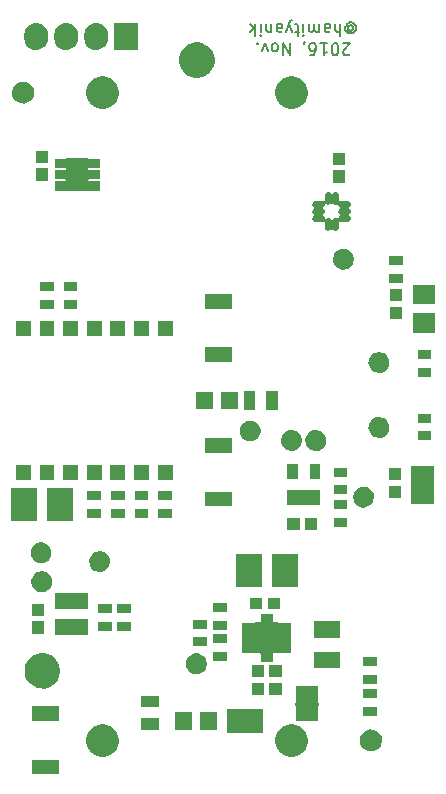
<source format=gts>
G04 #@! TF.FileFunction,Soldermask,Top*
%FSLAX46Y46*%
G04 Gerber Fmt 4.6, Leading zero omitted, Abs format (unit mm)*
G04 Created by KiCad (PCBNEW 4.0.5) date 2017 April 23, Sunday 17:14:46*
%MOMM*%
%LPD*%
G01*
G04 APERTURE LIST*
%ADD10C,0.100000*%
%ADD11C,0.400000*%
%ADD12C,0.150000*%
G04 APERTURE END LIST*
D10*
D11*
X24500000Y7300000D02*
X26050000Y7300000D01*
D12*
X28928571Y62322619D02*
X28880952Y62275000D01*
X28785714Y62227381D01*
X28547618Y62227381D01*
X28452380Y62275000D01*
X28404761Y62322619D01*
X28357142Y62417857D01*
X28357142Y62513095D01*
X28404761Y62655952D01*
X28976190Y63227381D01*
X28357142Y63227381D01*
X27738095Y62227381D02*
X27642856Y62227381D01*
X27547618Y62275000D01*
X27499999Y62322619D01*
X27452380Y62417857D01*
X27404761Y62608333D01*
X27404761Y62846429D01*
X27452380Y63036905D01*
X27499999Y63132143D01*
X27547618Y63179762D01*
X27642856Y63227381D01*
X27738095Y63227381D01*
X27833333Y63179762D01*
X27880952Y63132143D01*
X27928571Y63036905D01*
X27976190Y62846429D01*
X27976190Y62608333D01*
X27928571Y62417857D01*
X27880952Y62322619D01*
X27833333Y62275000D01*
X27738095Y62227381D01*
X26452380Y63227381D02*
X27023809Y63227381D01*
X26738095Y63227381D02*
X26738095Y62227381D01*
X26833333Y62370238D01*
X26928571Y62465476D01*
X27023809Y62513095D01*
X25595237Y62227381D02*
X25785714Y62227381D01*
X25880952Y62275000D01*
X25928571Y62322619D01*
X26023809Y62465476D01*
X26071428Y62655952D01*
X26071428Y63036905D01*
X26023809Y63132143D01*
X25976190Y63179762D01*
X25880952Y63227381D01*
X25690475Y63227381D01*
X25595237Y63179762D01*
X25547618Y63132143D01*
X25499999Y63036905D01*
X25499999Y62798810D01*
X25547618Y62703571D01*
X25595237Y62655952D01*
X25690475Y62608333D01*
X25880952Y62608333D01*
X25976190Y62655952D01*
X26023809Y62703571D01*
X26071428Y62798810D01*
X25023809Y63179762D02*
X25023809Y63227381D01*
X25071428Y63322619D01*
X25119047Y63370238D01*
X23833333Y63227381D02*
X23833333Y62227381D01*
X23261904Y63227381D01*
X23261904Y62227381D01*
X22642857Y63227381D02*
X22738095Y63179762D01*
X22785714Y63132143D01*
X22833333Y63036905D01*
X22833333Y62751190D01*
X22785714Y62655952D01*
X22738095Y62608333D01*
X22642857Y62560714D01*
X22499999Y62560714D01*
X22404761Y62608333D01*
X22357142Y62655952D01*
X22309523Y62751190D01*
X22309523Y63036905D01*
X22357142Y63132143D01*
X22404761Y63179762D01*
X22499999Y63227381D01*
X22642857Y63227381D01*
X21976190Y62560714D02*
X21738095Y63227381D01*
X21499999Y62560714D01*
X21119047Y63132143D02*
X21071428Y63179762D01*
X21119047Y63227381D01*
X21166666Y63179762D01*
X21119047Y63132143D01*
X21119047Y63227381D01*
X28809523Y64401190D02*
X28857142Y64353571D01*
X28952380Y64305952D01*
X29047618Y64305952D01*
X29142856Y64353571D01*
X29190476Y64401190D01*
X29238095Y64496429D01*
X29238095Y64591667D01*
X29190476Y64686905D01*
X29142856Y64734524D01*
X29047618Y64782143D01*
X28952380Y64782143D01*
X28857142Y64734524D01*
X28809523Y64686905D01*
X28809523Y64305952D02*
X28809523Y64686905D01*
X28761904Y64734524D01*
X28714285Y64734524D01*
X28619047Y64686905D01*
X28571428Y64591667D01*
X28571428Y64353571D01*
X28666666Y64210714D01*
X28809523Y64115476D01*
X28999999Y64067857D01*
X29190476Y64115476D01*
X29333333Y64210714D01*
X29428571Y64353571D01*
X29476190Y64544048D01*
X29428571Y64734524D01*
X29333333Y64877381D01*
X29190476Y64972619D01*
X28999999Y65020238D01*
X28809523Y64972619D01*
X28666666Y64877381D01*
X28142857Y64877381D02*
X28142857Y63877381D01*
X27714285Y64877381D02*
X27714285Y64353571D01*
X27761904Y64258333D01*
X27857142Y64210714D01*
X28000000Y64210714D01*
X28095238Y64258333D01*
X28142857Y64305952D01*
X26809523Y64877381D02*
X26809523Y64353571D01*
X26857142Y64258333D01*
X26952380Y64210714D01*
X27142857Y64210714D01*
X27238095Y64258333D01*
X26809523Y64829762D02*
X26904761Y64877381D01*
X27142857Y64877381D01*
X27238095Y64829762D01*
X27285714Y64734524D01*
X27285714Y64639286D01*
X27238095Y64544048D01*
X27142857Y64496429D01*
X26904761Y64496429D01*
X26809523Y64448810D01*
X26333333Y64877381D02*
X26333333Y64210714D01*
X26333333Y64305952D02*
X26285714Y64258333D01*
X26190476Y64210714D01*
X26047618Y64210714D01*
X25952380Y64258333D01*
X25904761Y64353571D01*
X25904761Y64877381D01*
X25904761Y64353571D02*
X25857142Y64258333D01*
X25761904Y64210714D01*
X25619047Y64210714D01*
X25523809Y64258333D01*
X25476190Y64353571D01*
X25476190Y64877381D01*
X25000000Y64877381D02*
X25000000Y64210714D01*
X25000000Y63877381D02*
X25047619Y63925000D01*
X25000000Y63972619D01*
X24952381Y63925000D01*
X25000000Y63877381D01*
X25000000Y63972619D01*
X24666667Y64210714D02*
X24285715Y64210714D01*
X24523810Y63877381D02*
X24523810Y64734524D01*
X24476191Y64829762D01*
X24380953Y64877381D01*
X24285715Y64877381D01*
X24047619Y64210714D02*
X23809524Y64877381D01*
X23571428Y64210714D02*
X23809524Y64877381D01*
X23904762Y65115476D01*
X23952381Y65163095D01*
X24047619Y65210714D01*
X22761904Y64877381D02*
X22761904Y64353571D01*
X22809523Y64258333D01*
X22904761Y64210714D01*
X23095238Y64210714D01*
X23190476Y64258333D01*
X22761904Y64829762D02*
X22857142Y64877381D01*
X23095238Y64877381D01*
X23190476Y64829762D01*
X23238095Y64734524D01*
X23238095Y64639286D01*
X23190476Y64544048D01*
X23095238Y64496429D01*
X22857142Y64496429D01*
X22761904Y64448810D01*
X22285714Y64210714D02*
X22285714Y64877381D01*
X22285714Y64305952D02*
X22238095Y64258333D01*
X22142857Y64210714D01*
X21999999Y64210714D01*
X21904761Y64258333D01*
X21857142Y64353571D01*
X21857142Y64877381D01*
X21380952Y64877381D02*
X21380952Y64210714D01*
X21380952Y63877381D02*
X21428571Y63925000D01*
X21380952Y63972619D01*
X21333333Y63925000D01*
X21380952Y63877381D01*
X21380952Y63972619D01*
X20904762Y64877381D02*
X20904762Y63877381D01*
X20809524Y64496429D02*
X20523809Y64877381D01*
X20523809Y64210714D02*
X20904762Y64591667D01*
D10*
G36*
X4280000Y1320000D02*
X2020000Y1320000D01*
X2020000Y2580000D01*
X4280000Y2580000D01*
X4280000Y1320000D01*
X4280000Y1320000D01*
G37*
G36*
X24144947Y5579082D02*
X24410054Y5524664D01*
X24659536Y5419791D01*
X24883902Y5268455D01*
X25074600Y5076420D01*
X25224366Y4851006D01*
X25327495Y4600796D01*
X25379993Y4335660D01*
X25379993Y4335650D01*
X25380059Y4335316D01*
X25375743Y4026203D01*
X25375666Y4025865D01*
X25375666Y4025857D01*
X25315788Y3762298D01*
X25205711Y3515062D01*
X25049711Y3293917D01*
X24853722Y3107279D01*
X24625224Y2962270D01*
X24372905Y2864401D01*
X24106387Y2817408D01*
X23835814Y2823075D01*
X23571489Y2881191D01*
X23323495Y2989537D01*
X23101266Y3143990D01*
X22913267Y3338669D01*
X22766666Y3566149D01*
X22667039Y3817777D01*
X22618183Y4083969D01*
X22621963Y4354573D01*
X22678229Y4619288D01*
X22784844Y4868038D01*
X22937742Y5091340D01*
X23131103Y5280694D01*
X23357557Y5428881D01*
X23608483Y5530261D01*
X23874318Y5580972D01*
X24144947Y5579082D01*
X24144947Y5579082D01*
G37*
G36*
X8144947Y5579082D02*
X8410054Y5524664D01*
X8659536Y5419791D01*
X8883902Y5268455D01*
X9074600Y5076420D01*
X9224366Y4851006D01*
X9327495Y4600796D01*
X9379993Y4335660D01*
X9379993Y4335650D01*
X9380059Y4335316D01*
X9375743Y4026203D01*
X9375666Y4025865D01*
X9375666Y4025857D01*
X9315788Y3762298D01*
X9205711Y3515062D01*
X9049711Y3293917D01*
X8853722Y3107279D01*
X8625224Y2962270D01*
X8372905Y2864401D01*
X8106387Y2817408D01*
X7835814Y2823075D01*
X7571489Y2881191D01*
X7323495Y2989537D01*
X7101266Y3143990D01*
X6913267Y3338669D01*
X6766666Y3566149D01*
X6667039Y3817777D01*
X6618183Y4083969D01*
X6621963Y4354573D01*
X6678229Y4619288D01*
X6784844Y4868038D01*
X6937742Y5091340D01*
X7131103Y5280694D01*
X7357557Y5428881D01*
X7608483Y5530261D01*
X7874318Y5580972D01*
X8144947Y5579082D01*
X8144947Y5579082D01*
G37*
G36*
X30827682Y5129382D02*
X31006341Y5092709D01*
X31174470Y5022034D01*
X31325673Y4920047D01*
X31454188Y4790631D01*
X31555118Y4638721D01*
X31624617Y4470103D01*
X31659974Y4291535D01*
X31659974Y4291525D01*
X31660040Y4291191D01*
X31657131Y4082876D01*
X31657055Y4082542D01*
X31657055Y4082530D01*
X31616728Y3905027D01*
X31542544Y3738409D01*
X31437417Y3589380D01*
X31305334Y3463600D01*
X31151347Y3365877D01*
X30981306Y3299921D01*
X30801696Y3268252D01*
X30619354Y3272071D01*
X30441219Y3311237D01*
X30274094Y3384252D01*
X30124331Y3488340D01*
X29997637Y3619536D01*
X29898838Y3772840D01*
X29831699Y3942414D01*
X29798775Y4121806D01*
X29801322Y4304169D01*
X29839240Y4482563D01*
X29911090Y4650200D01*
X30014130Y4800686D01*
X30144439Y4928295D01*
X30297049Y5028160D01*
X30466152Y5096482D01*
X30645300Y5130656D01*
X30827682Y5129382D01*
X30827682Y5129382D01*
G37*
G36*
X21626200Y4869900D02*
X18573800Y4869900D01*
X18573800Y6830100D01*
X21626200Y6830100D01*
X21626200Y4869900D01*
X21626200Y4869900D01*
G37*
G36*
X12780001Y5119999D02*
X11220001Y5119999D01*
X11220001Y6079999D01*
X12780001Y6079999D01*
X12780001Y5119999D01*
X12780001Y5119999D01*
G37*
G36*
X17678460Y5120560D02*
X16219580Y5120560D01*
X16219580Y6579440D01*
X17678460Y6579440D01*
X17678460Y5120560D01*
X17678460Y5120560D01*
G37*
G36*
X15580420Y5120560D02*
X14121540Y5120560D01*
X14121540Y6579440D01*
X15580420Y6579440D01*
X15580420Y5120560D01*
X15580420Y5120560D01*
G37*
G36*
X4280000Y5820000D02*
X2020000Y5820000D01*
X2020000Y7080000D01*
X4280000Y7080000D01*
X4280000Y5820000D01*
X4280000Y5820000D01*
G37*
G36*
X26230100Y5823800D02*
X24369900Y5823800D01*
X24369900Y8776200D01*
X26230100Y8776200D01*
X26230100Y5823800D01*
X26230100Y5823800D01*
G37*
G36*
X31215294Y6306747D02*
X30055294Y6306747D01*
X30055294Y7066747D01*
X31215294Y7066747D01*
X31215294Y6306747D01*
X31215294Y6306747D01*
G37*
G36*
X12780001Y7019999D02*
X11220001Y7019999D01*
X11220001Y7979999D01*
X12780001Y7979999D01*
X12780001Y7019999D01*
X12780001Y7019999D01*
G37*
G36*
X31215294Y7806747D02*
X30055294Y7806747D01*
X30055294Y8566747D01*
X31215294Y8566747D01*
X31215294Y7806747D01*
X31215294Y7806747D01*
G37*
G36*
X23188888Y8054567D02*
X22128888Y8054567D01*
X22128888Y9064567D01*
X23188888Y9064567D01*
X23188888Y8054567D01*
X23188888Y8054567D01*
G37*
G36*
X21688888Y8054567D02*
X20628888Y8054567D01*
X20628888Y9064567D01*
X21688888Y9064567D01*
X21688888Y8054567D01*
X21688888Y8054567D01*
G37*
G36*
X3057551Y11599003D02*
X3345710Y11539852D01*
X3616888Y11425860D01*
X3860766Y11261362D01*
X4068042Y11052634D01*
X4230834Y10807613D01*
X4342928Y10535650D01*
X4399999Y10247426D01*
X4399999Y10247412D01*
X4400064Y10247083D01*
X4395373Y9911090D01*
X4395297Y9910756D01*
X4395297Y9910745D01*
X4330203Y9624236D01*
X4210554Y9355500D01*
X4040992Y9115128D01*
X3827959Y8912260D01*
X3579591Y8754642D01*
X3305332Y8648262D01*
X3015638Y8597182D01*
X2721537Y8603342D01*
X2434229Y8666511D01*
X2164672Y8784278D01*
X1923112Y8952166D01*
X1718768Y9163770D01*
X1559419Y9411032D01*
X1451129Y9684541D01*
X1398025Y9973879D01*
X1402133Y10268014D01*
X1463293Y10555748D01*
X1579178Y10826128D01*
X1745372Y11068848D01*
X1955547Y11274667D01*
X2201692Y11435740D01*
X2474438Y11545937D01*
X2763390Y11601057D01*
X3057551Y11599003D01*
X3057551Y11599003D01*
G37*
G36*
X31215295Y9006745D02*
X30055295Y9006745D01*
X30055295Y9766745D01*
X31215295Y9766745D01*
X31215295Y9006745D01*
X31215295Y9006745D01*
G37*
G36*
X23188888Y9554562D02*
X22128888Y9554562D01*
X22128888Y10564562D01*
X23188888Y10564562D01*
X23188888Y9554562D01*
X23188888Y9554562D01*
G37*
G36*
X21688888Y9554562D02*
X20628888Y9554562D01*
X20628888Y10564562D01*
X21688888Y10564562D01*
X21688888Y9554562D01*
X21688888Y9554562D01*
G37*
G36*
X16042430Y11579416D02*
X16211484Y11544714D01*
X16370574Y11477839D01*
X16513648Y11381335D01*
X16635254Y11258876D01*
X16730758Y11115132D01*
X16796518Y10955583D01*
X16829972Y10786632D01*
X16829972Y10786622D01*
X16830038Y10786288D01*
X16827285Y10589173D01*
X16827209Y10588839D01*
X16827209Y10588827D01*
X16789055Y10420886D01*
X16718860Y10263227D01*
X16619382Y10122207D01*
X16494402Y10003191D01*
X16348694Y9910723D01*
X16187795Y9848314D01*
X16017841Y9818346D01*
X15845302Y9821960D01*
X15676745Y9859020D01*
X15518605Y9928109D01*
X15376894Y10026601D01*
X15257009Y10150745D01*
X15163525Y10295804D01*
X15099995Y10456263D01*
X15068841Y10626010D01*
X15071251Y10798570D01*
X15107130Y10967371D01*
X15175117Y11125996D01*
X15272617Y11268391D01*
X15395921Y11389139D01*
X15540326Y11483635D01*
X15700337Y11548284D01*
X15869854Y11580621D01*
X16042430Y11579416D01*
X16042430Y11579416D01*
G37*
G36*
X28075000Y10325000D02*
X25925000Y10325000D01*
X25925000Y11725000D01*
X28075000Y11725000D01*
X28075000Y10325000D01*
X28075000Y10325000D01*
G37*
G36*
X31215295Y10506745D02*
X30055295Y10506745D01*
X30055295Y11266745D01*
X31215295Y11266745D01*
X31215295Y10506745D01*
X31215295Y10506745D01*
G37*
G36*
X22420000Y14280000D02*
X22421980Y14266070D01*
X22427761Y14253244D01*
X22436888Y14242536D01*
X22448636Y14234794D01*
X22462076Y14230632D01*
X22470000Y14230000D01*
X22852960Y14230000D01*
X22852960Y14220000D01*
X22854940Y14206070D01*
X22860721Y14193244D01*
X22869848Y14182536D01*
X22881596Y14174794D01*
X22895036Y14170632D01*
X22902960Y14170000D01*
X23955000Y14170000D01*
X23955000Y11630000D01*
X22902960Y11630000D01*
X22889030Y11628020D01*
X22876204Y11622239D01*
X22865496Y11613112D01*
X22857754Y11601364D01*
X22853592Y11587924D01*
X22852960Y11580000D01*
X22852960Y11570000D01*
X22470000Y11570000D01*
X22456070Y11568020D01*
X22443244Y11562239D01*
X22432536Y11553112D01*
X22424794Y11541364D01*
X22420632Y11527924D01*
X22420000Y11520000D01*
X22420000Y10870000D01*
X21380000Y10870000D01*
X21380000Y11520000D01*
X21378020Y11533930D01*
X21372239Y11546756D01*
X21363112Y11557464D01*
X21351364Y11565206D01*
X21337924Y11569368D01*
X21330000Y11570000D01*
X20947040Y11570000D01*
X20947040Y11580000D01*
X20945060Y11593930D01*
X20939279Y11606756D01*
X20930152Y11617464D01*
X20918404Y11625206D01*
X20904964Y11629368D01*
X20897040Y11630000D01*
X19845000Y11630000D01*
X19845000Y14170000D01*
X20897040Y14170000D01*
X20910970Y14171980D01*
X20923796Y14177761D01*
X20934504Y14186888D01*
X20942246Y14198636D01*
X20946408Y14212076D01*
X20947040Y14220000D01*
X20947040Y14230000D01*
X21330000Y14230000D01*
X21343930Y14231980D01*
X21356756Y14237761D01*
X21367464Y14246888D01*
X21375206Y14258636D01*
X21379368Y14272076D01*
X21380000Y14280000D01*
X21380000Y14930000D01*
X22420000Y14930000D01*
X22420000Y14280000D01*
X22420000Y14280000D01*
G37*
G36*
X18503594Y10962822D02*
X17343594Y10962822D01*
X17343594Y11722822D01*
X18503594Y11722822D01*
X18503594Y10962822D01*
X18503594Y10962822D01*
G37*
G36*
X16803594Y12162821D02*
X15643594Y12162821D01*
X15643594Y12922821D01*
X16803594Y12922821D01*
X16803594Y12162821D01*
X16803594Y12162821D01*
G37*
G36*
X18503594Y12462822D02*
X17343594Y12462822D01*
X17343594Y13222822D01*
X18503594Y13222822D01*
X18503594Y12462822D01*
X18503594Y12462822D01*
G37*
G36*
X28075000Y12875000D02*
X25925000Y12875000D01*
X25925000Y14275000D01*
X28075000Y14275000D01*
X28075000Y12875000D01*
X28075000Y12875000D01*
G37*
G36*
X6805000Y13140000D02*
X3995000Y13140000D01*
X3995000Y14460000D01*
X6805000Y14460000D01*
X6805000Y13140000D01*
X6805000Y13140000D01*
G37*
G36*
X3005000Y13220000D02*
X1995000Y13220000D01*
X1995000Y14280000D01*
X3005000Y14280000D01*
X3005000Y13220000D01*
X3005000Y13220000D01*
G37*
G36*
X10376593Y13475847D02*
X9216593Y13475847D01*
X9216593Y14235847D01*
X10376593Y14235847D01*
X10376593Y13475847D01*
X10376593Y13475847D01*
G37*
G36*
X8771594Y13479178D02*
X7611594Y13479178D01*
X7611594Y14239178D01*
X8771594Y14239178D01*
X8771594Y13479178D01*
X8771594Y13479178D01*
G37*
G36*
X18503594Y13562821D02*
X17343594Y13562821D01*
X17343594Y14322821D01*
X18503594Y14322821D01*
X18503594Y13562821D01*
X18503594Y13562821D01*
G37*
G36*
X16803594Y13662821D02*
X15643594Y13662821D01*
X15643594Y14422821D01*
X16803594Y14422821D01*
X16803594Y13662821D01*
X16803594Y13662821D01*
G37*
G36*
X3005000Y14720000D02*
X1995000Y14720000D01*
X1995000Y15780000D01*
X3005000Y15780000D01*
X3005000Y14720000D01*
X3005000Y14720000D01*
G37*
G36*
X10376593Y14975847D02*
X9216593Y14975847D01*
X9216593Y15735847D01*
X10376593Y15735847D01*
X10376593Y14975847D01*
X10376593Y14975847D01*
G37*
G36*
X8771594Y14979178D02*
X7611594Y14979178D01*
X7611594Y15739178D01*
X8771594Y15739178D01*
X8771594Y14979178D01*
X8771594Y14979178D01*
G37*
G36*
X18503594Y15062821D02*
X17343594Y15062821D01*
X17343594Y15822821D01*
X18503594Y15822821D01*
X18503594Y15062821D01*
X18503594Y15062821D01*
G37*
G36*
X23030000Y15295000D02*
X21970000Y15295000D01*
X21970000Y16305000D01*
X23030000Y16305000D01*
X23030000Y15295000D01*
X23030000Y15295000D01*
G37*
G36*
X21530000Y15295000D02*
X20470000Y15295000D01*
X20470000Y16305000D01*
X21530000Y16305000D01*
X21530000Y15295000D01*
X21530000Y15295000D01*
G37*
G36*
X6805000Y15340000D02*
X3995000Y15340000D01*
X3995000Y16660000D01*
X6805000Y16660000D01*
X6805000Y15340000D01*
X6805000Y15340000D01*
G37*
G36*
X2942430Y18529416D02*
X3111484Y18494714D01*
X3270574Y18427839D01*
X3413648Y18331335D01*
X3535254Y18208876D01*
X3630758Y18065132D01*
X3696518Y17905583D01*
X3729972Y17736632D01*
X3729972Y17736622D01*
X3730038Y17736288D01*
X3727285Y17539173D01*
X3727209Y17538839D01*
X3727209Y17538827D01*
X3689055Y17370886D01*
X3618860Y17213227D01*
X3519382Y17072207D01*
X3394402Y16953191D01*
X3248694Y16860723D01*
X3087795Y16798314D01*
X2917841Y16768346D01*
X2745302Y16771960D01*
X2576745Y16809020D01*
X2418605Y16878109D01*
X2276894Y16976601D01*
X2157009Y17100745D01*
X2063525Y17245804D01*
X1999995Y17406263D01*
X1968841Y17576010D01*
X1971251Y17748570D01*
X2007130Y17917371D01*
X2075117Y18075996D01*
X2172617Y18218391D01*
X2295921Y18339139D01*
X2440326Y18433635D01*
X2600337Y18498284D01*
X2769854Y18530621D01*
X2942430Y18529416D01*
X2942430Y18529416D01*
G37*
G36*
X24552954Y17220320D02*
X22342234Y17220320D01*
X22342234Y19979680D01*
X24552954Y19979680D01*
X24552954Y17220320D01*
X24552954Y17220320D01*
G37*
G36*
X21504954Y17220320D02*
X19294234Y17220320D01*
X19294234Y19979680D01*
X21504954Y19979680D01*
X21504954Y17220320D01*
X21504954Y17220320D01*
G37*
G36*
X7842431Y20229416D02*
X8011485Y20194714D01*
X8170575Y20127839D01*
X8313649Y20031335D01*
X8435255Y19908876D01*
X8530759Y19765132D01*
X8596519Y19605583D01*
X8629973Y19436632D01*
X8629973Y19436622D01*
X8630039Y19436288D01*
X8627286Y19239173D01*
X8627210Y19238839D01*
X8627210Y19238827D01*
X8589056Y19070886D01*
X8518861Y18913227D01*
X8419383Y18772207D01*
X8294403Y18653191D01*
X8148695Y18560723D01*
X7987796Y18498314D01*
X7817842Y18468346D01*
X7645303Y18471960D01*
X7476746Y18509020D01*
X7318606Y18578109D01*
X7176895Y18676601D01*
X7057010Y18800745D01*
X6963526Y18945804D01*
X6899996Y19106263D01*
X6868842Y19276010D01*
X6871252Y19448570D01*
X6907131Y19617371D01*
X6975118Y19775996D01*
X7072618Y19918391D01*
X7195922Y20039139D01*
X7340327Y20133635D01*
X7500338Y20198284D01*
X7669855Y20230621D01*
X7842431Y20229416D01*
X7842431Y20229416D01*
G37*
G36*
X2892430Y20979416D02*
X3061484Y20944714D01*
X3220574Y20877839D01*
X3363648Y20781335D01*
X3485254Y20658876D01*
X3580758Y20515132D01*
X3646518Y20355583D01*
X3679972Y20186632D01*
X3679972Y20186622D01*
X3680038Y20186288D01*
X3677285Y19989173D01*
X3677209Y19988839D01*
X3677209Y19988827D01*
X3639055Y19820886D01*
X3568860Y19663227D01*
X3469382Y19522207D01*
X3344402Y19403191D01*
X3198694Y19310723D01*
X3037795Y19248314D01*
X2867841Y19218346D01*
X2695302Y19221960D01*
X2526745Y19259020D01*
X2368605Y19328109D01*
X2226894Y19426601D01*
X2107009Y19550745D01*
X2013525Y19695804D01*
X1949995Y19856263D01*
X1918841Y20026010D01*
X1921251Y20198570D01*
X1957130Y20367371D01*
X2025117Y20525996D01*
X2122617Y20668391D01*
X2245921Y20789139D01*
X2390326Y20883635D01*
X2550337Y20948284D01*
X2719854Y20980621D01*
X2892430Y20979416D01*
X2892430Y20979416D01*
G37*
G36*
X26180001Y22053761D02*
X25120001Y22053761D01*
X25120001Y23063761D01*
X26180001Y23063761D01*
X26180001Y22053761D01*
X26180001Y22053761D01*
G37*
G36*
X24680001Y22053761D02*
X23620001Y22053761D01*
X23620001Y23063761D01*
X24680001Y23063761D01*
X24680001Y22053761D01*
X24680001Y22053761D01*
G37*
G36*
X28730000Y22278763D02*
X27570000Y22278763D01*
X27570000Y23038763D01*
X28730000Y23038763D01*
X28730000Y22278763D01*
X28730000Y22278763D01*
G37*
G36*
X5529359Y22820321D02*
X3318639Y22820321D01*
X3318639Y25579681D01*
X5529359Y25579681D01*
X5529359Y22820321D01*
X5529359Y22820321D01*
G37*
G36*
X2481359Y22820321D02*
X270639Y22820321D01*
X270639Y25579681D01*
X2481359Y25579681D01*
X2481359Y22820321D01*
X2481359Y22820321D01*
G37*
G36*
X13880000Y23069999D02*
X12720000Y23069999D01*
X12720000Y23829999D01*
X13880000Y23829999D01*
X13880000Y23069999D01*
X13880000Y23069999D01*
G37*
G36*
X7879999Y23070000D02*
X6719999Y23070000D01*
X6719999Y23830000D01*
X7879999Y23830000D01*
X7879999Y23070000D01*
X7879999Y23070000D01*
G37*
G36*
X9879999Y23070001D02*
X8719999Y23070001D01*
X8719999Y23830001D01*
X9879999Y23830001D01*
X9879999Y23070001D01*
X9879999Y23070001D01*
G37*
G36*
X11879999Y23070001D02*
X10719999Y23070001D01*
X10719999Y23830001D01*
X11879999Y23830001D01*
X11879999Y23070001D01*
X11879999Y23070001D01*
G37*
G36*
X28730000Y23778763D02*
X27570000Y23778763D01*
X27570000Y24538763D01*
X28730000Y24538763D01*
X28730000Y23778763D01*
X28730000Y23778763D01*
G37*
G36*
X30192430Y25679416D02*
X30361484Y25644714D01*
X30520574Y25577839D01*
X30663648Y25481335D01*
X30785254Y25358876D01*
X30880758Y25215132D01*
X30946518Y25055583D01*
X30979972Y24886632D01*
X30979972Y24886622D01*
X30980038Y24886288D01*
X30977285Y24689173D01*
X30977209Y24688839D01*
X30977209Y24688827D01*
X30939055Y24520886D01*
X30868860Y24363227D01*
X30769382Y24222207D01*
X30644402Y24103191D01*
X30498694Y24010723D01*
X30337795Y23948314D01*
X30167841Y23918346D01*
X29995302Y23921960D01*
X29826745Y23959020D01*
X29668605Y24028109D01*
X29526894Y24126601D01*
X29407009Y24250745D01*
X29313525Y24395804D01*
X29249995Y24556263D01*
X29218841Y24726010D01*
X29221251Y24898570D01*
X29257130Y25067371D01*
X29325117Y25225996D01*
X29422617Y25368391D01*
X29545921Y25489139D01*
X29690326Y25583635D01*
X29850337Y25648284D01*
X30019854Y25680621D01*
X30192430Y25679416D01*
X30192430Y25679416D01*
G37*
G36*
X18930000Y24020000D02*
X16670000Y24020000D01*
X16670000Y25280000D01*
X18930000Y25280000D01*
X18930000Y24020000D01*
X18930000Y24020000D01*
G37*
G36*
X26455001Y24105543D02*
X23645001Y24105543D01*
X23645001Y25425543D01*
X26455001Y25425543D01*
X26455001Y24105543D01*
X26455001Y24105543D01*
G37*
G36*
X36080000Y24243333D02*
X34120000Y24243333D01*
X34120000Y27403333D01*
X36080000Y27403333D01*
X36080000Y24243333D01*
X36080000Y24243333D01*
G37*
G36*
X13880000Y24569999D02*
X12720000Y24569999D01*
X12720000Y25329999D01*
X13880000Y25329999D01*
X13880000Y24569999D01*
X13880000Y24569999D01*
G37*
G36*
X7879999Y24570000D02*
X6719999Y24570000D01*
X6719999Y25330000D01*
X7879999Y25330000D01*
X7879999Y24570000D01*
X7879999Y24570000D01*
G37*
G36*
X11879999Y24570001D02*
X10719999Y24570001D01*
X10719999Y25330001D01*
X11879999Y25330001D01*
X11879999Y24570001D01*
X11879999Y24570001D01*
G37*
G36*
X9879999Y24570001D02*
X8719999Y24570001D01*
X8719999Y25330001D01*
X9879999Y25330001D01*
X9879999Y24570001D01*
X9879999Y24570001D01*
G37*
G36*
X33305000Y24720000D02*
X32295000Y24720000D01*
X32295000Y25780000D01*
X33305000Y25780000D01*
X33305000Y24720000D01*
X33305000Y24720000D01*
G37*
G36*
X28730001Y25035543D02*
X27570001Y25035543D01*
X27570001Y25795543D01*
X28730001Y25795543D01*
X28730001Y25035543D01*
X28730001Y25035543D01*
G37*
G36*
X33305000Y26220000D02*
X32295000Y26220000D01*
X32295000Y27280000D01*
X33305000Y27280000D01*
X33305000Y26220000D01*
X33305000Y26220000D01*
G37*
G36*
X13930000Y26270000D02*
X12670000Y26270000D01*
X12670000Y27530000D01*
X13930000Y27530000D01*
X13930000Y26270000D01*
X13930000Y26270000D01*
G37*
G36*
X11930000Y26270000D02*
X10670000Y26270000D01*
X10670000Y27530000D01*
X11930000Y27530000D01*
X11930000Y26270000D01*
X11930000Y26270000D01*
G37*
G36*
X1930000Y26270000D02*
X670000Y26270000D01*
X670000Y27530000D01*
X1930000Y27530000D01*
X1930000Y26270000D01*
X1930000Y26270000D01*
G37*
G36*
X3930000Y26270000D02*
X2670000Y26270000D01*
X2670000Y27530000D01*
X3930000Y27530000D01*
X3930000Y26270000D01*
X3930000Y26270000D01*
G37*
G36*
X9930000Y26270000D02*
X8670000Y26270000D01*
X8670000Y27530000D01*
X9930000Y27530000D01*
X9930000Y26270000D01*
X9930000Y26270000D01*
G37*
G36*
X5930000Y26270000D02*
X4670000Y26270000D01*
X4670000Y27530000D01*
X5930000Y27530000D01*
X5930000Y26270000D01*
X5930000Y26270000D01*
G37*
G36*
X7930000Y26270000D02*
X6670000Y26270000D01*
X6670000Y27530000D01*
X7930000Y27530000D01*
X7930000Y26270000D01*
X7930000Y26270000D01*
G37*
G36*
X24555001Y26305543D02*
X23645001Y26305543D01*
X23645001Y27625543D01*
X24555001Y27625543D01*
X24555001Y26305543D01*
X24555001Y26305543D01*
G37*
G36*
X26455001Y26305543D02*
X25545001Y26305543D01*
X25545001Y27625543D01*
X26455001Y27625543D01*
X26455001Y26305543D01*
X26455001Y26305543D01*
G37*
G36*
X28730001Y26535543D02*
X27570001Y26535543D01*
X27570001Y27295543D01*
X28730001Y27295543D01*
X28730001Y26535543D01*
X28730001Y26535543D01*
G37*
G36*
X18930000Y28520000D02*
X16670000Y28520000D01*
X16670000Y29780000D01*
X18930000Y29780000D01*
X18930000Y28520000D01*
X18930000Y28520000D01*
G37*
G36*
X24092430Y30479416D02*
X24261484Y30444714D01*
X24420574Y30377839D01*
X24563648Y30281335D01*
X24685254Y30158876D01*
X24780758Y30015132D01*
X24846518Y29855583D01*
X24879972Y29686632D01*
X24879972Y29686622D01*
X24880038Y29686288D01*
X24877285Y29489173D01*
X24877209Y29488839D01*
X24877209Y29488827D01*
X24839055Y29320886D01*
X24768860Y29163227D01*
X24669382Y29022207D01*
X24544402Y28903191D01*
X24398694Y28810723D01*
X24237795Y28748314D01*
X24067841Y28718346D01*
X23895302Y28721960D01*
X23726745Y28759020D01*
X23568605Y28828109D01*
X23426894Y28926601D01*
X23307009Y29050745D01*
X23213525Y29195804D01*
X23149995Y29356263D01*
X23118841Y29526010D01*
X23121251Y29698570D01*
X23157130Y29867371D01*
X23225117Y30025996D01*
X23322617Y30168391D01*
X23445921Y30289139D01*
X23590326Y30383635D01*
X23750337Y30448284D01*
X23919854Y30480621D01*
X24092430Y30479416D01*
X24092430Y30479416D01*
G37*
G36*
X26142430Y30479416D02*
X26311484Y30444714D01*
X26470574Y30377839D01*
X26613648Y30281335D01*
X26735254Y30158876D01*
X26830758Y30015132D01*
X26896518Y29855583D01*
X26929972Y29686632D01*
X26929972Y29686622D01*
X26930038Y29686288D01*
X26927285Y29489173D01*
X26927209Y29488839D01*
X26927209Y29488827D01*
X26889055Y29320886D01*
X26818860Y29163227D01*
X26719382Y29022207D01*
X26594402Y28903191D01*
X26448694Y28810723D01*
X26287795Y28748314D01*
X26117841Y28718346D01*
X25945302Y28721960D01*
X25776745Y28759020D01*
X25618605Y28828109D01*
X25476894Y28926601D01*
X25357009Y29050745D01*
X25263525Y29195804D01*
X25199995Y29356263D01*
X25168841Y29526010D01*
X25171251Y29698570D01*
X25207130Y29867371D01*
X25275117Y30025996D01*
X25372617Y30168391D01*
X25495921Y30289139D01*
X25640326Y30383635D01*
X25800337Y30448284D01*
X25969854Y30480621D01*
X26142430Y30479416D01*
X26142430Y30479416D01*
G37*
G36*
X20592430Y31279416D02*
X20761484Y31244714D01*
X20920574Y31177839D01*
X21063648Y31081335D01*
X21185254Y30958876D01*
X21280758Y30815132D01*
X21346518Y30655583D01*
X21379972Y30486632D01*
X21379972Y30486622D01*
X21380038Y30486288D01*
X21377285Y30289173D01*
X21377209Y30288839D01*
X21377209Y30288827D01*
X21339055Y30120886D01*
X21268860Y29963227D01*
X21169382Y29822207D01*
X21044402Y29703191D01*
X20898694Y29610723D01*
X20737795Y29548314D01*
X20567841Y29518346D01*
X20395302Y29521960D01*
X20226745Y29559020D01*
X20068605Y29628109D01*
X19926894Y29726601D01*
X19807009Y29850745D01*
X19713525Y29995804D01*
X19649995Y30156263D01*
X19618841Y30326010D01*
X19621251Y30498570D01*
X19657130Y30667371D01*
X19725117Y30825996D01*
X19822617Y30968391D01*
X19945921Y31089139D01*
X20090326Y31183635D01*
X20250337Y31248284D01*
X20419854Y31280621D01*
X20592430Y31279416D01*
X20592430Y31279416D01*
G37*
G36*
X35829999Y29620001D02*
X34669999Y29620001D01*
X34669999Y30380001D01*
X35829999Y30380001D01*
X35829999Y29620001D01*
X35829999Y29620001D01*
G37*
G36*
X31492431Y31579415D02*
X31661485Y31544713D01*
X31820575Y31477838D01*
X31963649Y31381334D01*
X32085255Y31258875D01*
X32180759Y31115131D01*
X32246519Y30955582D01*
X32279973Y30786631D01*
X32279973Y30786621D01*
X32280039Y30786287D01*
X32277286Y30589172D01*
X32277210Y30588838D01*
X32277210Y30588826D01*
X32239056Y30420885D01*
X32168861Y30263226D01*
X32069383Y30122206D01*
X31944403Y30003190D01*
X31798695Y29910722D01*
X31637796Y29848313D01*
X31467842Y29818345D01*
X31295303Y29821959D01*
X31126746Y29859019D01*
X30968606Y29928108D01*
X30826895Y30026600D01*
X30707010Y30150744D01*
X30613526Y30295803D01*
X30549996Y30456262D01*
X30518842Y30626009D01*
X30521252Y30798569D01*
X30557131Y30967370D01*
X30625118Y31125995D01*
X30722618Y31268390D01*
X30845922Y31389138D01*
X30990327Y31483634D01*
X31150338Y31548283D01*
X31319855Y31580620D01*
X31492431Y31579415D01*
X31492431Y31579415D01*
G37*
G36*
X35829999Y31120001D02*
X34669999Y31120001D01*
X34669999Y31880001D01*
X35829999Y31880001D01*
X35829999Y31120001D01*
X35829999Y31120001D01*
G37*
G36*
X20930000Y32220000D02*
X19970000Y32220000D01*
X19970000Y33780000D01*
X20930000Y33780000D01*
X20930000Y32220000D01*
X20930000Y32220000D01*
G37*
G36*
X22830000Y32220000D02*
X21870000Y32220000D01*
X21870000Y33780000D01*
X22830000Y33780000D01*
X22830000Y32220000D01*
X22830000Y32220000D01*
G37*
G36*
X17380420Y32270560D02*
X15921540Y32270560D01*
X15921540Y33729440D01*
X17380420Y33729440D01*
X17380420Y32270560D01*
X17380420Y32270560D01*
G37*
G36*
X19478460Y32270560D02*
X18019580Y32270560D01*
X18019580Y33729440D01*
X19478460Y33729440D01*
X19478460Y32270560D01*
X19478460Y32270560D01*
G37*
G36*
X35830000Y34970000D02*
X34670000Y34970000D01*
X34670000Y35730000D01*
X35830000Y35730000D01*
X35830000Y34970000D01*
X35830000Y34970000D01*
G37*
G36*
X31492431Y37079416D02*
X31661485Y37044714D01*
X31820575Y36977839D01*
X31963649Y36881335D01*
X32085255Y36758876D01*
X32180759Y36615132D01*
X32246519Y36455583D01*
X32279973Y36286632D01*
X32279973Y36286622D01*
X32280039Y36286288D01*
X32277286Y36089173D01*
X32277210Y36088839D01*
X32277210Y36088827D01*
X32239056Y35920886D01*
X32168861Y35763227D01*
X32069383Y35622207D01*
X31944403Y35503191D01*
X31798695Y35410723D01*
X31637796Y35348314D01*
X31467842Y35318346D01*
X31295303Y35321960D01*
X31126746Y35359020D01*
X30968606Y35428109D01*
X30826895Y35526601D01*
X30707010Y35650745D01*
X30613526Y35795804D01*
X30549996Y35956263D01*
X30518842Y36126010D01*
X30521252Y36298570D01*
X30557131Y36467371D01*
X30625118Y36625996D01*
X30722618Y36768391D01*
X30845922Y36889139D01*
X30990327Y36983635D01*
X31150338Y37048284D01*
X31319855Y37080621D01*
X31492431Y37079416D01*
X31492431Y37079416D01*
G37*
G36*
X18930000Y36220000D02*
X16670000Y36220000D01*
X16670000Y37480000D01*
X18930000Y37480000D01*
X18930000Y36220000D01*
X18930000Y36220000D01*
G37*
G36*
X35830000Y36470000D02*
X34670000Y36470000D01*
X34670000Y37230000D01*
X35830000Y37230000D01*
X35830000Y36470000D01*
X35830000Y36470000D01*
G37*
G36*
X9930000Y38470000D02*
X8670000Y38470000D01*
X8670000Y39730000D01*
X9930000Y39730000D01*
X9930000Y38470000D01*
X9930000Y38470000D01*
G37*
G36*
X7930000Y38470000D02*
X6670000Y38470000D01*
X6670000Y39730000D01*
X7930000Y39730000D01*
X7930000Y38470000D01*
X7930000Y38470000D01*
G37*
G36*
X5930000Y38470000D02*
X4670000Y38470000D01*
X4670000Y39730000D01*
X5930000Y39730000D01*
X5930000Y38470000D01*
X5930000Y38470000D01*
G37*
G36*
X11930000Y38470000D02*
X10670000Y38470000D01*
X10670000Y39730000D01*
X11930000Y39730000D01*
X11930000Y38470000D01*
X11930000Y38470000D01*
G37*
G36*
X3930000Y38470000D02*
X2670000Y38470000D01*
X2670000Y39730000D01*
X3930000Y39730000D01*
X3930000Y38470000D01*
X3930000Y38470000D01*
G37*
G36*
X13930000Y38470000D02*
X12670000Y38470000D01*
X12670000Y39730000D01*
X13930000Y39730000D01*
X13930000Y38470000D01*
X13930000Y38470000D01*
G37*
G36*
X1930000Y38470000D02*
X670000Y38470000D01*
X670000Y39730000D01*
X1930000Y39730000D01*
X1930000Y38470000D01*
X1930000Y38470000D01*
G37*
G36*
X36180000Y38720000D02*
X34320000Y38720000D01*
X34320000Y40380000D01*
X36180000Y40380000D01*
X36180000Y38720000D01*
X36180000Y38720000D01*
G37*
G36*
X33355002Y39870000D02*
X32345002Y39870000D01*
X32345002Y40930000D01*
X33355002Y40930000D01*
X33355002Y39870000D01*
X33355002Y39870000D01*
G37*
G36*
X18930000Y40720000D02*
X16670000Y40720000D01*
X16670000Y41980000D01*
X18930000Y41980000D01*
X18930000Y40720000D01*
X18930000Y40720000D01*
G37*
G36*
X3880000Y40769999D02*
X2720000Y40769999D01*
X2720000Y41529999D01*
X3880000Y41529999D01*
X3880000Y40769999D01*
X3880000Y40769999D01*
G37*
G36*
X5880000Y40770001D02*
X4720000Y40770001D01*
X4720000Y41530001D01*
X5880000Y41530001D01*
X5880000Y40770001D01*
X5880000Y40770001D01*
G37*
G36*
X36180000Y41120000D02*
X34320000Y41120000D01*
X34320000Y42780000D01*
X36180000Y42780000D01*
X36180000Y41120000D01*
X36180000Y41120000D01*
G37*
G36*
X33355002Y41370000D02*
X32345002Y41370000D01*
X32345002Y42430000D01*
X33355002Y42430000D01*
X33355002Y41370000D01*
X33355002Y41370000D01*
G37*
G36*
X3880000Y42269999D02*
X2720000Y42269999D01*
X2720000Y43029999D01*
X3880000Y43029999D01*
X3880000Y42269999D01*
X3880000Y42269999D01*
G37*
G36*
X5880000Y42270001D02*
X4720000Y42270001D01*
X4720000Y43030001D01*
X5880000Y43030001D01*
X5880000Y42270001D01*
X5880000Y42270001D01*
G37*
G36*
X33430000Y42920000D02*
X32270000Y42920000D01*
X32270000Y43680000D01*
X33430000Y43680000D01*
X33430000Y42920000D01*
X33430000Y42920000D01*
G37*
G36*
X28492430Y45829416D02*
X28661484Y45794714D01*
X28820574Y45727839D01*
X28963648Y45631335D01*
X29085254Y45508876D01*
X29180758Y45365132D01*
X29246518Y45205583D01*
X29279972Y45036632D01*
X29279972Y45036622D01*
X29280038Y45036288D01*
X29277285Y44839173D01*
X29277209Y44838839D01*
X29277209Y44838827D01*
X29239055Y44670886D01*
X29168860Y44513227D01*
X29069382Y44372207D01*
X28944402Y44253191D01*
X28798694Y44160723D01*
X28637795Y44098314D01*
X28467841Y44068346D01*
X28295302Y44071960D01*
X28126745Y44109020D01*
X27968605Y44178109D01*
X27826894Y44276601D01*
X27707009Y44400745D01*
X27613525Y44545804D01*
X27549995Y44706263D01*
X27518841Y44876010D01*
X27521251Y45048570D01*
X27557130Y45217371D01*
X27625117Y45375996D01*
X27722617Y45518391D01*
X27845921Y45639139D01*
X27990326Y45733635D01*
X28150337Y45798284D01*
X28319854Y45830621D01*
X28492430Y45829416D01*
X28492430Y45829416D01*
G37*
G36*
X33430000Y44420000D02*
X32270000Y44420000D01*
X32270000Y45180000D01*
X33430000Y45180000D01*
X33430000Y44420000D01*
X33430000Y44420000D01*
G37*
G36*
X27761279Y50626342D02*
X27761292Y50626338D01*
X27761329Y50626334D01*
X27818192Y50608732D01*
X27870554Y50580420D01*
X27916419Y50542477D01*
X27954041Y50496348D01*
X27981987Y50443790D01*
X27999191Y50386805D01*
X28005000Y50327564D01*
X28005000Y49878772D01*
X28006980Y49864842D01*
X28012761Y49852016D01*
X28021888Y49841308D01*
X28033636Y49833566D01*
X28047076Y49829404D01*
X28061143Y49829151D01*
X28074724Y49832827D01*
X28086078Y49839708D01*
X28103652Y49854041D01*
X28156210Y49881987D01*
X28213195Y49899191D01*
X28272436Y49905000D01*
X28727595Y49905000D01*
X28728600Y49904993D01*
X28731822Y49904970D01*
X28790977Y49898335D01*
X28847716Y49880336D01*
X28899879Y49851660D01*
X28945478Y49813397D01*
X28982777Y49767007D01*
X29010355Y49714255D01*
X29027162Y49657151D01*
X29027165Y49657116D01*
X29027169Y49657103D01*
X29032559Y49597873D01*
X29026342Y49538721D01*
X29026338Y49538708D01*
X29026334Y49538671D01*
X29008732Y49481808D01*
X28980420Y49429446D01*
X28942477Y49383581D01*
X28896348Y49345959D01*
X28891618Y49343444D01*
X28880967Y49335681D01*
X28872356Y49324555D01*
X28867185Y49311470D01*
X28865865Y49297462D01*
X28868499Y49283642D01*
X28874879Y49271102D01*
X28884500Y49260836D01*
X28890549Y49256789D01*
X28899879Y49251660D01*
X28945478Y49213397D01*
X28982777Y49167007D01*
X29010355Y49114255D01*
X29027162Y49057151D01*
X29027165Y49057116D01*
X29027169Y49057103D01*
X29032559Y48997873D01*
X29026342Y48938721D01*
X29026338Y48938708D01*
X29026334Y48938671D01*
X29008732Y48881808D01*
X28980420Y48829446D01*
X28942477Y48783581D01*
X28896348Y48745959D01*
X28891618Y48743444D01*
X28880967Y48735681D01*
X28872356Y48724555D01*
X28867185Y48711470D01*
X28865865Y48697462D01*
X28868499Y48683642D01*
X28874879Y48671102D01*
X28884500Y48660836D01*
X28890549Y48656789D01*
X28899879Y48651660D01*
X28945478Y48613397D01*
X28982777Y48567007D01*
X29010355Y48514255D01*
X29027162Y48457151D01*
X29027165Y48457116D01*
X29027169Y48457103D01*
X29032559Y48397873D01*
X29026342Y48338721D01*
X29026338Y48338708D01*
X29026334Y48338671D01*
X29008732Y48281808D01*
X28980420Y48229446D01*
X28942477Y48183581D01*
X28896348Y48145959D01*
X28843790Y48118013D01*
X28786805Y48100809D01*
X28727564Y48095000D01*
X28272405Y48095000D01*
X28271400Y48095007D01*
X28268178Y48095030D01*
X28209023Y48101665D01*
X28152284Y48119664D01*
X28100121Y48148340D01*
X28086637Y48159655D01*
X28075196Y48166780D01*
X28061654Y48170595D01*
X28047585Y48170487D01*
X28034103Y48166464D01*
X28022275Y48158843D01*
X28013039Y48148230D01*
X28007125Y48135463D01*
X28005000Y48121040D01*
X28005000Y47672436D01*
X28004970Y47668178D01*
X27998335Y47609023D01*
X27980336Y47552284D01*
X27951660Y47500121D01*
X27913397Y47454522D01*
X27867007Y47417223D01*
X27814255Y47389645D01*
X27757151Y47372838D01*
X27757116Y47372835D01*
X27757103Y47372831D01*
X27697873Y47367441D01*
X27638721Y47373658D01*
X27638708Y47373662D01*
X27638671Y47373666D01*
X27581808Y47391268D01*
X27529446Y47419580D01*
X27483581Y47457523D01*
X27445959Y47503652D01*
X27443444Y47508382D01*
X27435681Y47519033D01*
X27424555Y47527644D01*
X27411470Y47532815D01*
X27397462Y47534135D01*
X27383642Y47531501D01*
X27371102Y47525121D01*
X27360836Y47515500D01*
X27356789Y47509451D01*
X27351660Y47500121D01*
X27313397Y47454522D01*
X27267007Y47417223D01*
X27214255Y47389645D01*
X27157151Y47372838D01*
X27157116Y47372835D01*
X27157103Y47372831D01*
X27097873Y47367441D01*
X27038721Y47373658D01*
X27038708Y47373662D01*
X27038671Y47373666D01*
X26981808Y47391268D01*
X26929446Y47419580D01*
X26883581Y47457523D01*
X26845959Y47503652D01*
X26818013Y47556210D01*
X26800809Y47613195D01*
X26795000Y47672436D01*
X26795000Y48121228D01*
X26793020Y48135158D01*
X26787239Y48147984D01*
X26778112Y48158692D01*
X26766364Y48166434D01*
X26752924Y48170596D01*
X26738857Y48170849D01*
X26725276Y48167173D01*
X26713922Y48160292D01*
X26696348Y48145959D01*
X26643790Y48118013D01*
X26586805Y48100809D01*
X26527564Y48095000D01*
X26072405Y48095000D01*
X26071400Y48095007D01*
X26068178Y48095030D01*
X26009023Y48101665D01*
X25952284Y48119664D01*
X25900121Y48148340D01*
X25854522Y48186603D01*
X25817223Y48232993D01*
X25789645Y48285745D01*
X25772838Y48342849D01*
X25772835Y48342884D01*
X25772831Y48342897D01*
X25767441Y48402127D01*
X25773658Y48461279D01*
X25773662Y48461292D01*
X25773666Y48461329D01*
X25791268Y48518192D01*
X25819580Y48570554D01*
X25857523Y48616419D01*
X25903652Y48654041D01*
X25908382Y48656556D01*
X25919033Y48664319D01*
X25927644Y48675445D01*
X25932815Y48688530D01*
X25934135Y48702538D01*
X25931501Y48716358D01*
X25925121Y48728898D01*
X25915500Y48739164D01*
X25909451Y48743211D01*
X25900121Y48748340D01*
X25854522Y48786603D01*
X25817223Y48832993D01*
X25789645Y48885745D01*
X25772838Y48942849D01*
X25772835Y48942884D01*
X25772831Y48942897D01*
X25767441Y49002127D01*
X25773658Y49061279D01*
X25773662Y49061292D01*
X25773666Y49061329D01*
X25791268Y49118192D01*
X25819580Y49170554D01*
X25857523Y49216419D01*
X25903652Y49254041D01*
X25908382Y49256556D01*
X25919033Y49264319D01*
X25927644Y49275445D01*
X25932815Y49288530D01*
X25933656Y49297462D01*
X26665865Y49297462D01*
X26668499Y49283642D01*
X26674879Y49271102D01*
X26684500Y49260836D01*
X26690549Y49256789D01*
X26699879Y49251660D01*
X26745478Y49213397D01*
X26782777Y49167007D01*
X26810355Y49114255D01*
X26827162Y49057151D01*
X26827165Y49057116D01*
X26827169Y49057103D01*
X26832559Y48997873D01*
X26826342Y48938721D01*
X26826338Y48938708D01*
X26826334Y48938671D01*
X26808732Y48881808D01*
X26780420Y48829446D01*
X26742477Y48783581D01*
X26696348Y48745959D01*
X26691618Y48743444D01*
X26680967Y48735681D01*
X26672356Y48724555D01*
X26667185Y48711470D01*
X26665865Y48697462D01*
X26668499Y48683642D01*
X26674879Y48671102D01*
X26684500Y48660836D01*
X26690549Y48656789D01*
X26699879Y48651660D01*
X26745478Y48613397D01*
X26782777Y48567007D01*
X26810355Y48514255D01*
X26827162Y48457151D01*
X26827165Y48457117D01*
X26827169Y48457104D01*
X26832241Y48401366D01*
X26835475Y48387673D01*
X26842395Y48375424D01*
X26852455Y48365587D01*
X26864856Y48358942D01*
X26878618Y48356015D01*
X26892650Y48357038D01*
X26905842Y48361930D01*
X26912902Y48366623D01*
X26932993Y48382777D01*
X26985745Y48410355D01*
X27042849Y48427162D01*
X27042884Y48427165D01*
X27042897Y48427169D01*
X27102127Y48432559D01*
X27161279Y48426342D01*
X27161292Y48426338D01*
X27161329Y48426334D01*
X27218192Y48408732D01*
X27270554Y48380420D01*
X27316419Y48342477D01*
X27354041Y48296348D01*
X27356556Y48291618D01*
X27364319Y48280967D01*
X27375445Y48272356D01*
X27388530Y48267185D01*
X27402538Y48265865D01*
X27416358Y48268499D01*
X27428898Y48274879D01*
X27439164Y48284500D01*
X27443211Y48290549D01*
X27448340Y48299879D01*
X27486603Y48345478D01*
X27532993Y48382777D01*
X27585745Y48410355D01*
X27642849Y48427162D01*
X27642884Y48427165D01*
X27642897Y48427169D01*
X27702127Y48432559D01*
X27761279Y48426342D01*
X27761292Y48426338D01*
X27761329Y48426334D01*
X27818192Y48408732D01*
X27870554Y48380420D01*
X27886052Y48367599D01*
X27897732Y48360439D01*
X27911301Y48356718D01*
X27925369Y48356925D01*
X27938822Y48361043D01*
X27950596Y48368746D01*
X27959757Y48379424D01*
X27965581Y48392232D01*
X27967333Y48401093D01*
X27973658Y48461279D01*
X27973662Y48461292D01*
X27973666Y48461329D01*
X27991268Y48518192D01*
X28019580Y48570554D01*
X28057523Y48616419D01*
X28103652Y48654041D01*
X28108382Y48656556D01*
X28119033Y48664319D01*
X28127644Y48675445D01*
X28132815Y48688530D01*
X28134135Y48702538D01*
X28131501Y48716358D01*
X28125121Y48728898D01*
X28115500Y48739164D01*
X28109451Y48743211D01*
X28100121Y48748340D01*
X28054522Y48786603D01*
X28017223Y48832993D01*
X27989645Y48885745D01*
X27972838Y48942849D01*
X27972835Y48942884D01*
X27972831Y48942897D01*
X27967441Y49002127D01*
X27973658Y49061279D01*
X27973662Y49061292D01*
X27973666Y49061329D01*
X27991268Y49118192D01*
X28019580Y49170554D01*
X28057523Y49216419D01*
X28103652Y49254041D01*
X28108382Y49256556D01*
X28119033Y49264319D01*
X28127644Y49275445D01*
X28132815Y49288530D01*
X28134135Y49302538D01*
X28131501Y49316358D01*
X28125121Y49328898D01*
X28115500Y49339164D01*
X28109451Y49343211D01*
X28100121Y49348340D01*
X28054522Y49386603D01*
X28017223Y49432993D01*
X27989645Y49485745D01*
X27972838Y49542849D01*
X27972835Y49542883D01*
X27972831Y49542896D01*
X27967759Y49598634D01*
X27964525Y49612327D01*
X27957605Y49624576D01*
X27947545Y49634413D01*
X27935144Y49641058D01*
X27921382Y49643985D01*
X27907350Y49642962D01*
X27894158Y49638070D01*
X27887098Y49633377D01*
X27867007Y49617223D01*
X27814255Y49589645D01*
X27757151Y49572838D01*
X27757116Y49572835D01*
X27757103Y49572831D01*
X27697873Y49567441D01*
X27638721Y49573658D01*
X27638708Y49573662D01*
X27638671Y49573666D01*
X27581808Y49591268D01*
X27529446Y49619580D01*
X27483581Y49657523D01*
X27445959Y49703652D01*
X27443444Y49708382D01*
X27435681Y49719033D01*
X27424555Y49727644D01*
X27411470Y49732815D01*
X27397462Y49734135D01*
X27383642Y49731501D01*
X27371102Y49725121D01*
X27360836Y49715500D01*
X27356789Y49709451D01*
X27351660Y49700121D01*
X27313397Y49654522D01*
X27267007Y49617223D01*
X27214255Y49589645D01*
X27157151Y49572838D01*
X27157116Y49572835D01*
X27157103Y49572831D01*
X27097873Y49567441D01*
X27038721Y49573658D01*
X27038708Y49573662D01*
X27038671Y49573666D01*
X26981808Y49591268D01*
X26929446Y49619580D01*
X26913948Y49632401D01*
X26902268Y49639561D01*
X26888699Y49643282D01*
X26874631Y49643075D01*
X26861178Y49638957D01*
X26849404Y49631254D01*
X26840243Y49620576D01*
X26834419Y49607768D01*
X26832667Y49598907D01*
X26826342Y49538721D01*
X26826338Y49538708D01*
X26826334Y49538671D01*
X26808732Y49481808D01*
X26780420Y49429446D01*
X26742477Y49383581D01*
X26696348Y49345959D01*
X26691618Y49343444D01*
X26680967Y49335681D01*
X26672356Y49324555D01*
X26667185Y49311470D01*
X26665865Y49297462D01*
X25933656Y49297462D01*
X25934135Y49302538D01*
X25931501Y49316358D01*
X25925121Y49328898D01*
X25915500Y49339164D01*
X25909451Y49343211D01*
X25900121Y49348340D01*
X25854522Y49386603D01*
X25817223Y49432993D01*
X25789645Y49485745D01*
X25772838Y49542849D01*
X25772835Y49542884D01*
X25772831Y49542897D01*
X25767441Y49602127D01*
X25773658Y49661279D01*
X25773662Y49661292D01*
X25773666Y49661329D01*
X25791268Y49718192D01*
X25819580Y49770554D01*
X25857523Y49816419D01*
X25903652Y49854041D01*
X25956210Y49881987D01*
X26013195Y49899191D01*
X26072436Y49905000D01*
X26527595Y49905000D01*
X26528600Y49904993D01*
X26531822Y49904970D01*
X26590977Y49898335D01*
X26647716Y49880336D01*
X26699879Y49851660D01*
X26713363Y49840345D01*
X26724804Y49833220D01*
X26738346Y49829405D01*
X26752415Y49829513D01*
X26765897Y49833536D01*
X26777725Y49841157D01*
X26786961Y49851770D01*
X26792875Y49864537D01*
X26795000Y49878960D01*
X26795000Y50327595D01*
X26795016Y50329798D01*
X26795030Y50331822D01*
X26801665Y50390977D01*
X26819664Y50447716D01*
X26848340Y50499879D01*
X26886603Y50545478D01*
X26932993Y50582777D01*
X26985745Y50610355D01*
X27042849Y50627162D01*
X27042884Y50627165D01*
X27042897Y50627169D01*
X27102127Y50632559D01*
X27161279Y50626342D01*
X27161292Y50626338D01*
X27161329Y50626334D01*
X27218192Y50608732D01*
X27270554Y50580420D01*
X27316419Y50542477D01*
X27354041Y50496348D01*
X27356556Y50491618D01*
X27364319Y50480967D01*
X27375445Y50472356D01*
X27388530Y50467185D01*
X27402538Y50465865D01*
X27416358Y50468499D01*
X27428898Y50474879D01*
X27439164Y50484500D01*
X27443211Y50490549D01*
X27448340Y50499879D01*
X27486603Y50545478D01*
X27532993Y50582777D01*
X27585745Y50610355D01*
X27642849Y50627162D01*
X27642884Y50627165D01*
X27642897Y50627169D01*
X27702127Y50632559D01*
X27761279Y50626342D01*
X27761279Y50626342D01*
G37*
G36*
X6801980Y53486068D02*
X6807761Y53473242D01*
X6816888Y53462534D01*
X6828636Y53454792D01*
X6842076Y53450630D01*
X6850000Y53449998D01*
X7750000Y53449998D01*
X7750000Y52649998D01*
X6850000Y52649998D01*
X6836070Y52648018D01*
X6823244Y52642237D01*
X6812536Y52633110D01*
X6804794Y52621362D01*
X6800632Y52607922D01*
X6800000Y52599998D01*
X6800000Y52549998D01*
X6801980Y52536068D01*
X6807761Y52523242D01*
X6816888Y52512534D01*
X6828636Y52504792D01*
X6842076Y52500630D01*
X6850000Y52499998D01*
X7750000Y52499998D01*
X7750000Y51699998D01*
X6850000Y51699998D01*
X6836070Y51698018D01*
X6823244Y51692237D01*
X6812536Y51683110D01*
X6804794Y51671362D01*
X6800632Y51657922D01*
X6800000Y51649998D01*
X6800000Y51599998D01*
X6801980Y51586068D01*
X6807761Y51573242D01*
X6816888Y51562534D01*
X6828636Y51554792D01*
X6842076Y51550630D01*
X6850000Y51549998D01*
X7750000Y51549998D01*
X7750000Y50749998D01*
X6850000Y50749998D01*
X6836070Y50748018D01*
X6823244Y50742237D01*
X6812536Y50733110D01*
X6804794Y50721362D01*
X6800632Y50707922D01*
X6800000Y50699998D01*
X4900000Y50699998D01*
X4898020Y50713928D01*
X4892239Y50726754D01*
X4883112Y50737462D01*
X4871364Y50745204D01*
X4857924Y50749366D01*
X4850000Y50749998D01*
X3950000Y50749998D01*
X3950000Y51549998D01*
X4850000Y51549998D01*
X4863930Y51551978D01*
X4876756Y51557759D01*
X4887464Y51566886D01*
X4895206Y51578634D01*
X4899368Y51592074D01*
X4900000Y51599998D01*
X4900000Y51649998D01*
X4898020Y51663928D01*
X4892239Y51676754D01*
X4883112Y51687462D01*
X4871364Y51695204D01*
X4857924Y51699366D01*
X4850000Y51699998D01*
X3950000Y51699998D01*
X3950000Y52499998D01*
X4850000Y52499998D01*
X4863930Y52501978D01*
X4876756Y52507759D01*
X4887464Y52516886D01*
X4895206Y52528634D01*
X4899368Y52542074D01*
X4900000Y52549998D01*
X4900000Y52599998D01*
X4898020Y52613928D01*
X4892239Y52626754D01*
X4883112Y52637462D01*
X4871364Y52645204D01*
X4857924Y52649366D01*
X4850000Y52649998D01*
X3950000Y52649998D01*
X3950000Y53449998D01*
X4850000Y53449998D01*
X4863930Y53451978D01*
X4876756Y53457759D01*
X4887464Y53466886D01*
X4895206Y53478634D01*
X4899368Y53492074D01*
X4900000Y53499998D01*
X6800000Y53499998D01*
X6801980Y53486068D01*
X6801980Y53486068D01*
G37*
G36*
X28505000Y51420000D02*
X27495000Y51420000D01*
X27495000Y52480000D01*
X28505000Y52480000D01*
X28505000Y51420000D01*
X28505000Y51420000D01*
G37*
G36*
X3355000Y51570000D02*
X2345000Y51570000D01*
X2345000Y52630000D01*
X3355000Y52630000D01*
X3355000Y51570000D01*
X3355000Y51570000D01*
G37*
G36*
X28505000Y52920000D02*
X27495000Y52920000D01*
X27495000Y53980000D01*
X28505000Y53980000D01*
X28505000Y52920000D01*
X28505000Y52920000D01*
G37*
G36*
X3355000Y53070000D02*
X2345000Y53070000D01*
X2345000Y54130000D01*
X3355000Y54130000D01*
X3355000Y53070000D01*
X3355000Y53070000D01*
G37*
G36*
X8144947Y60439082D02*
X8410054Y60384664D01*
X8659536Y60279791D01*
X8883902Y60128455D01*
X9074600Y59936420D01*
X9224366Y59711006D01*
X9327495Y59460796D01*
X9379993Y59195660D01*
X9379993Y59195650D01*
X9380059Y59195316D01*
X9375743Y58886203D01*
X9375666Y58885865D01*
X9375666Y58885857D01*
X9315788Y58622298D01*
X9205711Y58375062D01*
X9049711Y58153917D01*
X8853722Y57967279D01*
X8625224Y57822270D01*
X8372905Y57724401D01*
X8106387Y57677408D01*
X7835814Y57683075D01*
X7571489Y57741191D01*
X7323495Y57849537D01*
X7101266Y58003990D01*
X6913267Y58198669D01*
X6766666Y58426149D01*
X6667039Y58677777D01*
X6618183Y58943969D01*
X6621963Y59214573D01*
X6678229Y59479288D01*
X6784844Y59728038D01*
X6937742Y59951340D01*
X7131103Y60140694D01*
X7357557Y60288881D01*
X7608483Y60390261D01*
X7874318Y60440972D01*
X8144947Y60439082D01*
X8144947Y60439082D01*
G37*
G36*
X24144947Y60439082D02*
X24410054Y60384664D01*
X24659536Y60279791D01*
X24883902Y60128455D01*
X25074600Y59936420D01*
X25224366Y59711006D01*
X25327495Y59460796D01*
X25379993Y59195660D01*
X25379993Y59195650D01*
X25380059Y59195316D01*
X25375743Y58886203D01*
X25375666Y58885865D01*
X25375666Y58885857D01*
X25315788Y58622298D01*
X25205711Y58375062D01*
X25049711Y58153917D01*
X24853722Y57967279D01*
X24625224Y57822270D01*
X24372905Y57724401D01*
X24106387Y57677408D01*
X23835814Y57683075D01*
X23571489Y57741191D01*
X23323495Y57849537D01*
X23101266Y58003990D01*
X22913267Y58198669D01*
X22766666Y58426149D01*
X22667039Y58677777D01*
X22618183Y58943969D01*
X22621963Y59214573D01*
X22678229Y59479288D01*
X22784844Y59728038D01*
X22937742Y59951340D01*
X23131103Y60140694D01*
X23357557Y60288881D01*
X23608483Y60390261D01*
X23874318Y60440972D01*
X24144947Y60439082D01*
X24144947Y60439082D01*
G37*
G36*
X1367682Y59989382D02*
X1546341Y59952709D01*
X1714470Y59882034D01*
X1865673Y59780047D01*
X1994188Y59650631D01*
X2095118Y59498721D01*
X2164617Y59330103D01*
X2199974Y59151535D01*
X2199974Y59151525D01*
X2200040Y59151191D01*
X2197131Y58942876D01*
X2197055Y58942542D01*
X2197055Y58942530D01*
X2156728Y58765027D01*
X2082544Y58598409D01*
X1977417Y58449380D01*
X1845334Y58323600D01*
X1691347Y58225877D01*
X1521306Y58159921D01*
X1341696Y58128252D01*
X1159354Y58132071D01*
X981219Y58171237D01*
X814094Y58244252D01*
X664331Y58348340D01*
X537637Y58479536D01*
X438838Y58632840D01*
X371699Y58802414D01*
X338775Y58981806D01*
X341322Y59164169D01*
X379240Y59342563D01*
X451090Y59510200D01*
X554130Y59660686D01*
X684439Y59788295D01*
X837049Y59888160D01*
X1006152Y59956482D01*
X1185300Y59990656D01*
X1367682Y59989382D01*
X1367682Y59989382D01*
G37*
G36*
X16157551Y63299003D02*
X16445710Y63239852D01*
X16716888Y63125860D01*
X16960766Y62961362D01*
X17168042Y62752634D01*
X17330834Y62507613D01*
X17442928Y62235650D01*
X17499999Y61947426D01*
X17499999Y61947412D01*
X17500064Y61947083D01*
X17495373Y61611090D01*
X17495297Y61610756D01*
X17495297Y61610745D01*
X17430203Y61324236D01*
X17310554Y61055500D01*
X17140992Y60815128D01*
X16927959Y60612260D01*
X16679591Y60454642D01*
X16405332Y60348262D01*
X16115638Y60297182D01*
X15821537Y60303342D01*
X15534229Y60366511D01*
X15264672Y60484278D01*
X15023112Y60652166D01*
X14818768Y60863770D01*
X14659419Y61111032D01*
X14551129Y61384541D01*
X14498025Y61673879D01*
X14502133Y61968014D01*
X14563293Y62255748D01*
X14679178Y62526128D01*
X14845372Y62768848D01*
X15055547Y62974667D01*
X15301692Y63135740D01*
X15574438Y63245937D01*
X15863390Y63301057D01*
X16157551Y63299003D01*
X16157551Y63299003D01*
G37*
G36*
X5109742Y64931259D02*
X5109755Y64931255D01*
X5109792Y64931251D01*
X5295036Y64873908D01*
X5465615Y64781677D01*
X5615030Y64658070D01*
X5737592Y64507795D01*
X5828630Y64336577D01*
X5884678Y64150936D01*
X5903601Y63957945D01*
X5903601Y63642055D01*
X5903504Y63628182D01*
X5881888Y63435474D01*
X5823254Y63250634D01*
X5729834Y63080704D01*
X5605186Y62932155D01*
X5454060Y62810646D01*
X5282210Y62720805D01*
X5096183Y62666054D01*
X5096149Y62666051D01*
X5096136Y62666047D01*
X4903066Y62648476D01*
X4710260Y62668741D01*
X4710247Y62668745D01*
X4710210Y62668749D01*
X4524966Y62726092D01*
X4354387Y62818323D01*
X4204972Y62941930D01*
X4082410Y63092205D01*
X3991372Y63263423D01*
X3935324Y63449064D01*
X3916401Y63642055D01*
X3916401Y63957945D01*
X3916498Y63971818D01*
X3938114Y64164526D01*
X3996748Y64349366D01*
X4090168Y64519296D01*
X4214816Y64667845D01*
X4365942Y64789354D01*
X4537792Y64879195D01*
X4723819Y64933946D01*
X4723853Y64933949D01*
X4723866Y64933953D01*
X4916936Y64951524D01*
X5109742Y64931259D01*
X5109742Y64931259D01*
G37*
G36*
X7649742Y64931259D02*
X7649755Y64931255D01*
X7649792Y64931251D01*
X7835036Y64873908D01*
X8005615Y64781677D01*
X8155030Y64658070D01*
X8277592Y64507795D01*
X8368630Y64336577D01*
X8424678Y64150936D01*
X8443601Y63957945D01*
X8443601Y63642055D01*
X8443504Y63628182D01*
X8421888Y63435474D01*
X8363254Y63250634D01*
X8269834Y63080704D01*
X8145186Y62932155D01*
X7994060Y62810646D01*
X7822210Y62720805D01*
X7636183Y62666054D01*
X7636149Y62666051D01*
X7636136Y62666047D01*
X7443066Y62648476D01*
X7250260Y62668741D01*
X7250247Y62668745D01*
X7250210Y62668749D01*
X7064966Y62726092D01*
X6894387Y62818323D01*
X6744972Y62941930D01*
X6622410Y63092205D01*
X6531372Y63263423D01*
X6475324Y63449064D01*
X6456401Y63642055D01*
X6456401Y63957945D01*
X6456498Y63971818D01*
X6478114Y64164526D01*
X6536748Y64349366D01*
X6630168Y64519296D01*
X6754816Y64667845D01*
X6905942Y64789354D01*
X7077792Y64879195D01*
X7263819Y64933946D01*
X7263853Y64933949D01*
X7263866Y64933953D01*
X7456936Y64951524D01*
X7649742Y64931259D01*
X7649742Y64931259D01*
G37*
G36*
X2569742Y64931259D02*
X2569755Y64931255D01*
X2569792Y64931251D01*
X2755036Y64873908D01*
X2925615Y64781677D01*
X3075030Y64658070D01*
X3197592Y64507795D01*
X3288630Y64336577D01*
X3344678Y64150936D01*
X3363601Y63957945D01*
X3363601Y63642055D01*
X3363504Y63628182D01*
X3341888Y63435474D01*
X3283254Y63250634D01*
X3189834Y63080704D01*
X3065186Y62932155D01*
X2914060Y62810646D01*
X2742210Y62720805D01*
X2556183Y62666054D01*
X2556149Y62666051D01*
X2556136Y62666047D01*
X2363066Y62648476D01*
X2170260Y62668741D01*
X2170247Y62668745D01*
X2170210Y62668749D01*
X1984966Y62726092D01*
X1814387Y62818323D01*
X1664972Y62941930D01*
X1542410Y63092205D01*
X1451372Y63263423D01*
X1395324Y63449064D01*
X1376401Y63642055D01*
X1376401Y63957945D01*
X1376498Y63971818D01*
X1398114Y64164526D01*
X1456748Y64349366D01*
X1550168Y64519296D01*
X1674816Y64667845D01*
X1825942Y64789354D01*
X1997792Y64879195D01*
X2183819Y64933946D01*
X2183853Y64933949D01*
X2183866Y64933953D01*
X2376936Y64951524D01*
X2569742Y64931259D01*
X2569742Y64931259D01*
G37*
G36*
X10983601Y62654000D02*
X8996401Y62654000D01*
X8996401Y64946000D01*
X10983601Y64946000D01*
X10983601Y62654000D01*
X10983601Y62654000D01*
G37*
M02*

</source>
